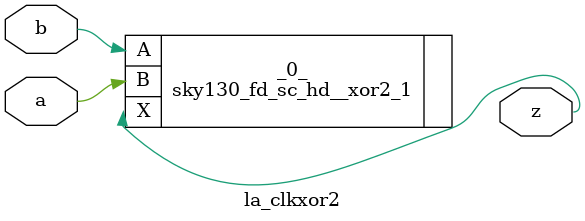
<source format=v>

/* Generated by Yosys 0.37 (git sha1 a5c7f69ed, clang 14.0.0-1ubuntu1.1 -fPIC -Os) */

module la_clkxor2(a, b, z);
  input a;
  wire a;
  input b;
  wire b;
  output z;
  wire z;
  sky130_fd_sc_hd__xor2_1 _0_ (
    .A(b),
    .B(a),
    .X(z)
  );
endmodule

</source>
